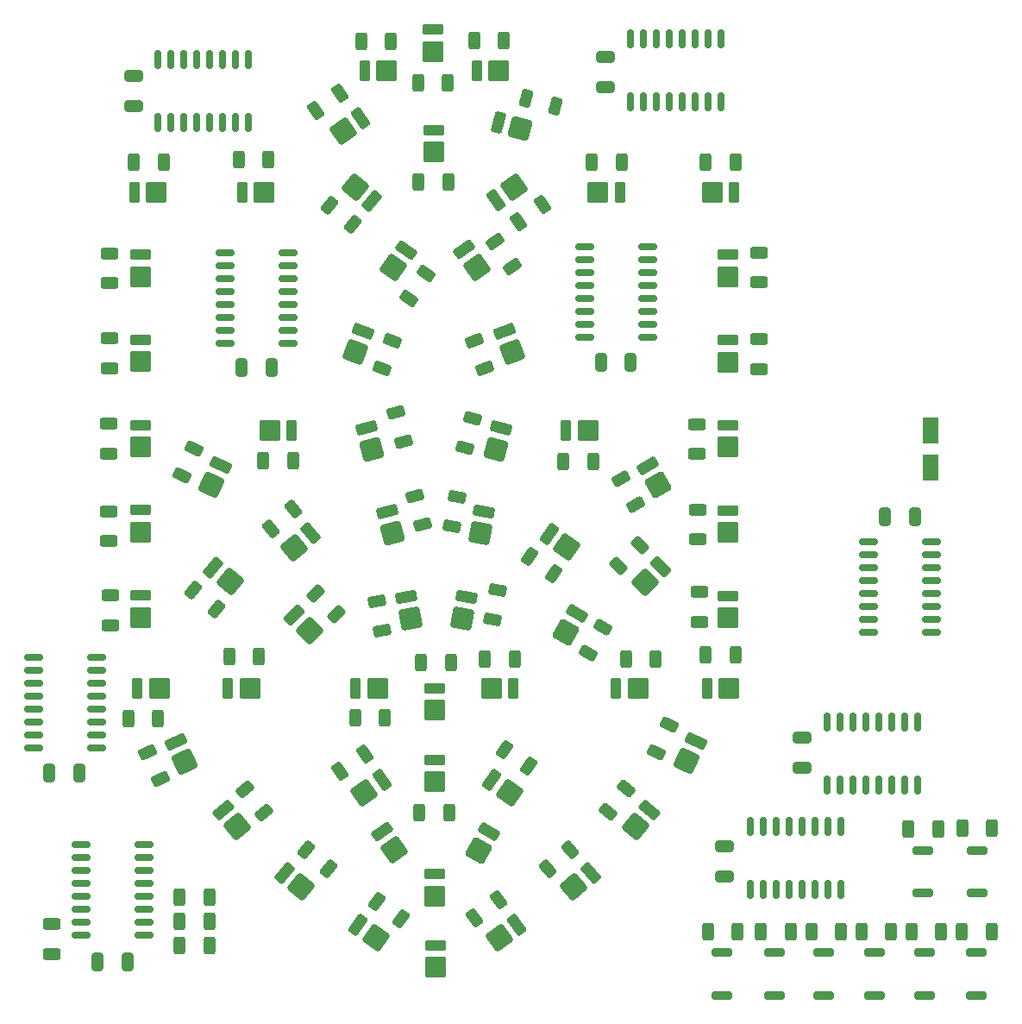
<source format=gtp>
G04 #@! TF.GenerationSoftware,KiCad,Pcbnew,9.0.6*
G04 #@! TF.CreationDate,2025-11-26T10:40:33-06:00*
G04 #@! TF.ProjectId,slu,736c752e-6b69-4636-9164-5f7063625858,rev?*
G04 #@! TF.SameCoordinates,Original*
G04 #@! TF.FileFunction,Paste,Top*
G04 #@! TF.FilePolarity,Positive*
%FSLAX46Y46*%
G04 Gerber Fmt 4.6, Leading zero omitted, Abs format (unit mm)*
G04 Created by KiCad (PCBNEW 9.0.6) date 2025-11-26 10:40:33*
%MOMM*%
%LPD*%
G01*
G04 APERTURE LIST*
G04 Aperture macros list*
%AMRoundRect*
0 Rectangle with rounded corners*
0 $1 Rounding radius*
0 $2 $3 $4 $5 $6 $7 $8 $9 X,Y pos of 4 corners*
0 Add a 4 corners polygon primitive as box body*
4,1,4,$2,$3,$4,$5,$6,$7,$8,$9,$2,$3,0*
0 Add four circle primitives for the rounded corners*
1,1,$1+$1,$2,$3*
1,1,$1+$1,$4,$5*
1,1,$1+$1,$6,$7*
1,1,$1+$1,$8,$9*
0 Add four rect primitives between the rounded corners*
20,1,$1+$1,$2,$3,$4,$5,0*
20,1,$1+$1,$4,$5,$6,$7,0*
20,1,$1+$1,$6,$7,$8,$9,0*
20,1,$1+$1,$8,$9,$2,$3,0*%
G04 Aperture macros list end*
%ADD10RoundRect,0.250000X-0.550000X1.050000X-0.550000X-1.050000X0.550000X-1.050000X0.550000X1.050000X0*%
%ADD11RoundRect,0.165000X-0.385000X-0.885000X0.385000X-0.885000X0.385000X0.885000X-0.385000X0.885000X0*%
%ADD12RoundRect,0.315000X-0.735000X-0.735000X0.735000X-0.735000X0.735000X0.735000X-0.735000X0.735000X0*%
%ADD13RoundRect,0.250000X0.641131X0.277907X0.162353X0.679649X-0.641131X-0.277907X-0.162353X-0.679649X0*%
%ADD14RoundRect,0.165000X-0.885000X0.385000X-0.885000X-0.385000X0.885000X-0.385000X0.885000X0.385000X0*%
%ADD15RoundRect,0.315000X-0.735000X0.735000X-0.735000X-0.735000X0.735000X-0.735000X0.735000X0.735000X0*%
%ADD16RoundRect,0.250000X0.126561X-0.687214X0.625708X-0.311080X-0.126561X0.687214X-0.625708X0.311080X0*%
%ADD17RoundRect,0.250000X-0.312500X-0.625000X0.312500X-0.625000X0.312500X0.625000X-0.312500X0.625000X0*%
%ADD18RoundRect,0.250000X-0.463614X-0.522823X0.140090X-0.684585X0.463614X0.522823X-0.140090X0.684585X0*%
%ADD19RoundRect,0.250000X0.669770X-0.199222X0.561240X0.416283X-0.669770X0.199222X-0.561240X-0.416283X0*%
%ADD20RoundRect,0.165000X-0.898026X-0.353553X-0.353553X-0.898026X0.898026X0.353553X0.353553X0.898026X0*%
%ADD21RoundRect,0.315000X-1.039447X0.000000X0.000000X-1.039447X1.039447X0.000000X0.000000X1.039447X0*%
%ADD22RoundRect,0.250000X0.312500X0.625000X-0.312500X0.625000X-0.312500X-0.625000X0.312500X-0.625000X0*%
%ADD23RoundRect,0.162500X0.750000X0.162500X-0.750000X0.162500X-0.750000X-0.162500X0.750000X-0.162500X0*%
%ADD24RoundRect,0.250000X-0.650000X0.325000X-0.650000X-0.325000X0.650000X-0.325000X0.650000X0.325000X0*%
%ADD25RoundRect,0.165000X-0.863794X-0.430476X-0.273940X-0.925423X0.863794X0.430476X0.273940X0.925423X0*%
%ADD26RoundRect,0.315000X-1.035492X-0.090594X0.090594X-1.035492X1.035492X0.090594X-0.090594X1.035492X0*%
%ADD27RoundRect,0.200000X0.800000X-0.200000X0.800000X0.200000X-0.800000X0.200000X-0.800000X-0.200000X0*%
%ADD28RoundRect,0.250000X-0.625000X0.312500X-0.625000X-0.312500X0.625000X-0.312500X0.625000X0.312500X0*%
%ADD29RoundRect,0.165000X-0.755199X0.600936X-0.954490X-0.142827X0.755199X-0.600936X0.954490X0.142827X0*%
%ADD30RoundRect,0.315000X-0.519723X0.900187X-0.900187X-0.519723X0.519723X-0.900187X0.900187X0.519723X0*%
%ADD31RoundRect,0.165000X0.385000X0.885000X-0.385000X0.885000X-0.385000X-0.885000X0.385000X-0.885000X0*%
%ADD32RoundRect,0.315000X0.735000X0.735000X-0.735000X0.735000X-0.735000X-0.735000X0.735000X-0.735000X0*%
%ADD33RoundRect,0.165000X-0.958932X-0.109080X-0.573932X-0.775920X0.958932X0.109080X0.573932X0.775920X0*%
%ADD34RoundRect,0.315000X-1.004029X0.269029X-0.269029X-1.004029X1.004029X-0.269029X0.269029X1.004029X0*%
%ADD35RoundRect,0.250000X0.162353X-0.679649X0.641131X-0.277907X-0.162353X0.679649X-0.641131X0.277907X0*%
%ADD36RoundRect,0.250000X0.174190X-0.676712X0.645884X-0.266675X-0.174190X0.676712X-0.645884X0.266675X0*%
%ADD37RoundRect,0.162500X-0.750000X-0.162500X0.750000X-0.162500X0.750000X0.162500X-0.750000X0.162500X0*%
%ADD38RoundRect,0.250000X0.434374X-0.547358X0.698511X0.019085X-0.434374X0.547358X-0.698511X-0.019085X0*%
%ADD39RoundRect,0.250000X-0.325000X-0.650000X0.325000X-0.650000X0.325000X0.650000X-0.325000X0.650000X0*%
%ADD40RoundRect,0.250000X-0.522823X0.463614X-0.684585X-0.140090X0.522823X-0.463614X0.684585X0.140090X0*%
%ADD41RoundRect,0.165000X-0.964790X-0.025089X-0.639374X-0.722946X0.964790X0.025089X0.639374X0.722946X0*%
%ADD42RoundRect,0.315000X-0.976761X0.355512X-0.355512X-0.976761X0.976761X-0.355512X0.355512X0.976761X0*%
%ADD43RoundRect,0.162500X0.162500X-0.750000X0.162500X0.750000X-0.162500X0.750000X-0.162500X-0.750000X0*%
%ADD44RoundRect,0.250000X-0.561240X0.416283X-0.669770X-0.199222X0.561240X-0.416283X0.669770X0.199222X0*%
%ADD45RoundRect,0.165000X-0.938409X0.225472X-0.804700X-0.532830X0.938409X-0.225472X0.804700X0.532830X0*%
%ADD46RoundRect,0.315000X-0.851465X0.596202X-0.596202X-0.851465X0.851465X-0.596202X0.596202X0.851465X0*%
%ADD47RoundRect,0.165000X-0.822989X-0.504123X-0.192242X-0.945776X0.822989X0.504123X0.192242X0.945776X0*%
%ADD48RoundRect,0.315000X-1.023655X-0.180498X0.180498X-1.023655X1.023655X0.180498X-0.180498X1.023655X0*%
%ADD49RoundRect,0.165000X-0.639374X0.722946X-0.964790X0.025089X0.639374X-0.722946X0.964790X-0.025089X0*%
%ADD50RoundRect,0.315000X-0.355512X0.976761X-0.976761X-0.355512X0.355512X-0.976761X0.976761X0.355512X0*%
%ADD51RoundRect,0.250000X-0.332727X0.614470X-0.691213X0.102500X0.332727X-0.614470X0.691213X-0.102500X0*%
%ADD52RoundRect,0.165000X-0.192242X0.945776X-0.822989X0.504123X0.192242X-0.945776X0.822989X-0.504123X0*%
%ADD53RoundRect,0.315000X0.180498X1.023655X-1.023655X0.180498X-0.180498X-1.023655X1.023655X-0.180498X0*%
%ADD54RoundRect,0.250000X0.625000X-0.312500X0.625000X0.312500X-0.625000X0.312500X-0.625000X-0.312500X0*%
%ADD55RoundRect,0.165000X-0.954490X0.142827X-0.755199X-0.600936X0.954490X-0.142827X0.755199X0.600936X0*%
%ADD56RoundRect,0.315000X-0.900187X0.519723X-0.519723X-0.900187X0.900187X-0.519723X0.519723X0.900187X0*%
%ADD57RoundRect,0.165000X-0.945776X-0.192242X-0.504123X-0.822989X0.945776X0.192242X0.504123X0.822989X0*%
%ADD58RoundRect,0.315000X-1.023655X0.180498X-0.180498X-1.023655X1.023655X-0.180498X0.180498X1.023655X0*%
%ADD59RoundRect,0.165000X-0.290049X0.920501X-0.871175X0.415335X0.290049X-0.920501X0.871175X-0.415335X0*%
%ADD60RoundRect,0.315000X0.072508X1.036915X-1.036915X0.072508X-0.072508X-1.036915X1.036915X-0.072508X0*%
%ADD61RoundRect,0.250000X-0.684585X0.140090X-0.522823X-0.463614X0.684585X-0.140090X0.522823X0.463614X0*%
%ADD62RoundRect,0.250000X0.220971X-0.662913X0.662913X-0.220971X-0.220971X0.662913X-0.662913X0.220971X0*%
%ADD63RoundRect,0.250000X0.697516X0.041867X0.385016X0.583133X-0.697516X-0.041867X-0.385016X-0.583133X0*%
%ADD64RoundRect,0.165000X-0.804700X0.532830X-0.938409X-0.225472X0.804700X-0.532830X0.938409X0.225472X0*%
%ADD65RoundRect,0.315000X-0.596202X0.851465X-0.851465X-0.596202X0.596202X-0.851465X0.851465X0.596202X0*%
%ADD66RoundRect,0.250000X0.679649X0.162353X0.277907X0.641131X-0.679649X-0.162353X-0.277907X-0.641131X0*%
%ADD67RoundRect,0.250000X0.102500X-0.691213X0.614470X-0.332727X-0.102500X0.691213X-0.614470X0.332727X0*%
%ADD68RoundRect,0.165000X0.192242X-0.945776X0.822989X-0.504123X-0.192242X0.945776X-0.822989X0.504123X0*%
%ADD69RoundRect,0.315000X-0.180498X-1.023655X1.023655X-0.180498X0.180498X1.023655X-1.023655X0.180498X0*%
%ADD70RoundRect,0.250000X0.561240X-0.416283X0.669770X0.199222X-0.561240X0.416283X-0.669770X-0.199222X0*%
%ADD71RoundRect,0.250000X-0.694189X0.079891X-0.480427X-0.507417X0.694189X-0.079891X0.480427X0.507417X0*%
%ADD72RoundRect,0.250000X-0.102500X0.691213X-0.614470X0.332727X0.102500X-0.691213X0.614470X-0.332727X0*%
%ADD73RoundRect,0.250000X0.614470X0.332727X0.102500X0.691213X-0.614470X-0.332727X-0.102500X-0.691213X0*%
%ADD74RoundRect,0.165000X-0.699950X0.664469X-0.963306X-0.059094X0.699950X-0.664469X0.963306X0.059094X0*%
%ADD75RoundRect,0.315000X-0.439289X0.942059X-0.942059X-0.439289X0.439289X-0.942059X0.942059X0.439289X0*%
%ADD76RoundRect,0.250000X0.698511X-0.019085X0.434374X0.547358X-0.698511X0.019085X-0.434374X-0.547358X0*%
%ADD77RoundRect,0.165000X-0.600936X-0.755199X0.142827X-0.954490X0.600936X0.755199X-0.142827X0.954490X0*%
%ADD78RoundRect,0.315000X-0.900187X-0.519723X0.519723X-0.900187X0.900187X0.519723X-0.519723X0.900187X0*%
%ADD79RoundRect,0.165000X-0.963306X0.059094X-0.699950X-0.664469X0.963306X-0.059094X0.699950X0.664469X0*%
%ADD80RoundRect,0.315000X-0.942059X0.439289X-0.439289X-0.942059X0.942059X-0.439289X0.439289X0.942059X0*%
%ADD81RoundRect,0.250000X0.650000X-0.325000X0.650000X0.325000X-0.650000X0.325000X-0.650000X-0.325000X0*%
%ADD82RoundRect,0.250000X0.662913X0.220971X0.220971X0.662913X-0.662913X-0.220971X-0.220971X-0.662913X0*%
%ADD83RoundRect,0.250000X0.325000X0.650000X-0.325000X0.650000X-0.325000X-0.650000X0.325000X-0.650000X0*%
%ADD84RoundRect,0.165000X-0.925423X-0.273940X-0.430476X-0.863794X0.925423X0.273940X0.430476X0.863794X0*%
%ADD85RoundRect,0.315000X-1.035492X0.090594X-0.090594X-1.035492X1.035492X-0.090594X0.090594X1.035492X0*%
%ADD86RoundRect,0.165000X0.863794X0.430476X0.273940X0.925423X-0.863794X-0.430476X-0.273940X-0.925423X0*%
%ADD87RoundRect,0.315000X1.035492X0.090594X-0.090594X1.035492X-1.035492X-0.090594X0.090594X-1.035492X0*%
%ADD88RoundRect,0.165000X-0.353553X0.898026X-0.898026X0.353553X0.353553X-0.898026X0.898026X-0.353553X0*%
%ADD89RoundRect,0.315000X0.000000X1.039447X-1.039447X0.000000X0.000000X-1.039447X1.039447X0.000000X0*%
%ADD90RoundRect,0.165000X-0.273940X0.925423X-0.863794X0.430476X0.273940X-0.925423X0.863794X-0.430476X0*%
%ADD91RoundRect,0.315000X0.090594X1.035492X-1.035492X0.090594X-0.090594X-1.035492X1.035492X-0.090594X0*%
%ADD92RoundRect,0.165000X-0.573932X0.775920X-0.958932X0.109080X0.573932X-0.775920X0.958932X-0.109080X0*%
%ADD93RoundRect,0.315000X-0.269029X1.004029X-1.004029X-0.269029X0.269029X-1.004029X1.004029X0.269029X0*%
%ADD94RoundRect,0.250000X0.385016X-0.583133X0.697516X-0.041867X-0.385016X0.583133X-0.697516X0.041867X0*%
%ADD95RoundRect,0.165000X-0.208718X0.942277X-0.831661X0.489683X0.208718X-0.942277X0.831661X-0.489683X0*%
%ADD96RoundRect,0.315000X0.162605X1.026650X-1.026650X0.162605X-0.162605X-1.026650X1.026650X-0.162605X0*%
%ADD97RoundRect,0.250000X-0.691213X-0.102500X-0.332727X-0.614470X0.691213X0.102500X0.332727X0.614470X0*%
%ADD98RoundRect,0.250000X0.289054X-0.636183X0.682379X-0.150467X-0.289054X0.636183X-0.682379X0.150467X0*%
%ADD99RoundRect,0.250000X0.620184X0.321953X0.114548X0.689319X-0.620184X-0.321953X-0.114548X-0.689319X0*%
%ADD100RoundRect,0.250000X0.480427X-0.507417X0.694189X0.079891X-0.480427X0.507417X-0.694189X-0.079891X0*%
%ADD101RoundRect,0.165000X-0.430476X0.863794X-0.925423X0.273940X0.430476X-0.863794X0.925423X-0.273940X0*%
%ADD102RoundRect,0.315000X-0.090594X1.035492X-1.035492X-0.090594X0.090594X-1.035492X1.035492X0.090594X0*%
%ADD103RoundRect,0.165000X-0.504123X0.822989X-0.945776X0.192242X0.504123X-0.822989X0.945776X-0.192242X0*%
%ADD104RoundRect,0.315000X-0.180498X1.023655X-1.023655X-0.180498X0.180498X-1.023655X1.023655X0.180498X0*%
G04 APERTURE END LIST*
D10*
G04 #@! TO.C,bc1*
X148880000Y-91470000D03*
X148880000Y-95070000D03*
G04 #@! TD*
D11*
G04 #@! TO.C,d42*
X118030000Y-116770000D03*
D12*
X120180000Y-116770000D03*
G04 #@! TD*
D13*
G04 #@! TO.C,r18*
X89830340Y-134470077D03*
X87589660Y-132589923D03*
G04 #@! TD*
D14*
G04 #@! TO.C,d9*
X129050000Y-82573333D03*
D15*
X129050000Y-84723333D03*
G04 #@! TD*
D16*
G04 #@! TO.C,r1*
X104130000Y-139300000D03*
X106466008Y-137539692D03*
G04 #@! TD*
D17*
G04 #@! TO.C,r12*
X115647500Y-65130000D03*
X118572500Y-65130000D03*
G04 #@! TD*
D14*
G04 #@! TO.C,d25*
X71340000Y-82553333D03*
D15*
X71340000Y-84703333D03*
G04 #@! TD*
D18*
G04 #@! TO.C,r15*
X109247333Y-58851477D03*
X112072667Y-59608523D03*
G04 #@! TD*
D19*
G04 #@! TO.C,r51*
X95073960Y-111110281D03*
X94566040Y-108229719D03*
G04 #@! TD*
D20*
G04 #@! TO.C,d52*
X86402477Y-109592477D03*
D21*
X87922756Y-111112756D03*
G04 #@! TD*
D17*
G04 #@! TO.C,r44*
X80047500Y-113660000D03*
X82972500Y-113660000D03*
G04 #@! TD*
D22*
G04 #@! TO.C,r34*
X78130400Y-142036800D03*
X75205400Y-142036800D03*
G04 #@! TD*
D23*
G04 #@! TO.C,ICO6*
X121140000Y-82300000D03*
X121140000Y-81030000D03*
X121140000Y-79760000D03*
X121140000Y-78490000D03*
X121140000Y-77220000D03*
X121140000Y-75950000D03*
X121140000Y-74680000D03*
X121140000Y-73410000D03*
X114965000Y-73410000D03*
X114965000Y-74680000D03*
X114965000Y-75950000D03*
X114965000Y-77220000D03*
X114965000Y-78490000D03*
X114965000Y-79760000D03*
X114965000Y-81030000D03*
X114965000Y-82300000D03*
G04 #@! TD*
D22*
G04 #@! TO.C,r32*
X95952500Y-53230000D03*
X93027500Y-53230000D03*
G04 #@! TD*
D24*
G04 #@! TO.C,c2*
X116980000Y-54785000D03*
X116980000Y-57735000D03*
G04 #@! TD*
D25*
G04 #@! TO.C,d53*
X78503500Y-104918665D03*
D26*
X80150496Y-106300658D03*
G04 #@! TD*
D17*
G04 #@! TO.C,r63*
X98637500Y-67075000D03*
X101562500Y-67075000D03*
G04 #@! TD*
D27*
G04 #@! TO.C,b1*
X148190000Y-136850000D03*
X148190000Y-132650000D03*
G04 #@! TD*
D28*
G04 #@! TO.C,r22*
X68390000Y-107667500D03*
X68390000Y-110592500D03*
G04 #@! TD*
D29*
G04 #@! TO.C,d59*
X106776818Y-91225658D03*
D30*
X106220357Y-93302400D03*
G04 #@! TD*
D11*
G04 #@! TO.C,d44*
X79950000Y-116770000D03*
D12*
X82100000Y-116770000D03*
G04 #@! TD*
D31*
G04 #@! TO.C,d55*
X86200000Y-91450000D03*
D32*
X84050000Y-91450000D03*
G04 #@! TD*
D33*
G04 #@! TO.C,d47*
X121110000Y-94899526D03*
D34*
X122185000Y-96761481D03*
G04 #@! TD*
D14*
G04 #@! TO.C,d23*
X71340000Y-99276667D03*
D15*
X71340000Y-101426667D03*
G04 #@! TD*
D22*
G04 #@! TO.C,r70*
X145052500Y-140660000D03*
X142127500Y-140660000D03*
G04 #@! TD*
G04 #@! TO.C,r21*
X73092500Y-119730000D03*
X70167500Y-119730000D03*
G04 #@! TD*
D35*
G04 #@! TO.C,r56*
X84129660Y-101070077D03*
X86370340Y-99189923D03*
G04 #@! TD*
D36*
G04 #@! TO.C,r2*
X111286237Y-134479486D03*
X113493763Y-132560514D03*
G04 #@! TD*
D37*
G04 #@! TO.C,ICO8*
X142810000Y-102380000D03*
X142810000Y-103650000D03*
X142810000Y-104920000D03*
X142810000Y-106190000D03*
X142810000Y-107460000D03*
X142810000Y-108730000D03*
X142810000Y-110000000D03*
X142810000Y-111270000D03*
X148985000Y-111270000D03*
X148985000Y-110000000D03*
X148985000Y-108730000D03*
X148985000Y-107460000D03*
X148985000Y-106190000D03*
X148985000Y-104920000D03*
X148985000Y-103650000D03*
X148985000Y-102380000D03*
G04 #@! TD*
D27*
G04 #@! TO.C,b5*
X138450000Y-146910000D03*
X138450000Y-142710000D03*
G04 #@! TD*
D38*
G04 #@! TO.C,r4*
X122011921Y-123015475D03*
X123248079Y-120364525D03*
G04 #@! TD*
D14*
G04 #@! TO.C,d24*
X71340000Y-90915000D03*
D15*
X71340000Y-93065000D03*
G04 #@! TD*
D39*
G04 #@! TO.C,c7*
X81265000Y-85290000D03*
X84215000Y-85290000D03*
G04 #@! TD*
D17*
G04 #@! TO.C,r16*
X104097500Y-53200000D03*
X107022500Y-53200000D03*
G04 #@! TD*
G04 #@! TO.C,r5*
X126827500Y-113490000D03*
X129752500Y-113490000D03*
G04 #@! TD*
D40*
G04 #@! TO.C,r59*
X103968523Y-90287333D03*
X103211477Y-93112667D03*
G04 #@! TD*
D41*
G04 #@! TO.C,d20*
X74800000Y-122000000D03*
D42*
X75708629Y-123948561D03*
G04 #@! TD*
D22*
G04 #@! TO.C,r69*
X140122500Y-140660000D03*
X137197500Y-140660000D03*
G04 #@! TD*
G04 #@! TO.C,r27*
X73622500Y-65130000D03*
X70697500Y-65130000D03*
G04 #@! TD*
D17*
G04 #@! TO.C,r11*
X126829999Y-65129999D03*
X129754999Y-65129999D03*
G04 #@! TD*
D43*
G04 #@! TO.C,ICO2*
X119417500Y-59187500D03*
X120687500Y-59187500D03*
X121957500Y-59187500D03*
X123227500Y-59187500D03*
X124497500Y-59187500D03*
X125767500Y-59187500D03*
X127037500Y-59187500D03*
X128307500Y-59187500D03*
X128307500Y-53012500D03*
X127037500Y-53012500D03*
X125767500Y-53012500D03*
X124497500Y-53012500D03*
X123227500Y-53012500D03*
X121957500Y-53012500D03*
X120687500Y-53012500D03*
X119417500Y-53012500D03*
G04 #@! TD*
D44*
G04 #@! TO.C,r58*
X102453960Y-97979719D03*
X101946040Y-100860281D03*
G04 #@! TD*
D14*
G04 #@! TO.C,d40*
X100250000Y-116770000D03*
D15*
X100250000Y-118920000D03*
G04 #@! TD*
D11*
G04 #@! TO.C,d27*
X70770000Y-68070000D03*
D12*
X72920000Y-68070000D03*
G04 #@! TD*
D45*
G04 #@! TO.C,d51*
X97477310Y-107770358D03*
D46*
X97850655Y-109887694D03*
G04 #@! TD*
D47*
G04 #@! TO.C,d49*
X111462336Y-101651408D03*
D48*
X113223513Y-102884597D03*
G04 #@! TD*
D22*
G04 #@! TO.C,r66*
X154965000Y-130500000D03*
X152040000Y-130500000D03*
G04 #@! TD*
D49*
G04 #@! TO.C,d54*
X79206308Y-94845548D03*
D50*
X78297679Y-96794109D03*
G04 #@! TD*
D51*
G04 #@! TO.C,r29*
X99388856Y-76081990D03*
X97711144Y-78478010D03*
G04 #@! TD*
D43*
G04 #@! TO.C,ICI1*
X131205000Y-136527500D03*
X132475000Y-136527500D03*
X133745000Y-136527500D03*
X135015000Y-136527500D03*
X136285000Y-136527500D03*
X137555000Y-136527500D03*
X138825000Y-136527500D03*
X140095000Y-136527500D03*
X140095000Y-130352500D03*
X138825000Y-130352500D03*
X137555000Y-130352500D03*
X136285000Y-130352500D03*
X135015000Y-130352500D03*
X133745000Y-130352500D03*
X132475000Y-130352500D03*
X131205000Y-130352500D03*
G04 #@! TD*
D14*
G04 #@! TO.C,d33*
X100340000Y-141990000D03*
D15*
X100340000Y-144140000D03*
G04 #@! TD*
D31*
G04 #@! TO.C,d12*
X118410000Y-68070000D03*
D32*
X116260000Y-68070000D03*
G04 #@! TD*
D43*
G04 #@! TO.C,ICO1*
X138797500Y-126227500D03*
X140067500Y-126227500D03*
X141337500Y-126227500D03*
X142607500Y-126227500D03*
X143877500Y-126227500D03*
X145147500Y-126227500D03*
X146417500Y-126227500D03*
X147687500Y-126227500D03*
X147687500Y-120052500D03*
X146417500Y-120052500D03*
X145147500Y-120052500D03*
X143877500Y-120052500D03*
X142607500Y-120052500D03*
X141337500Y-120052500D03*
X140067500Y-120052500D03*
X138797500Y-120052500D03*
G04 #@! TD*
D31*
G04 #@! TO.C,d11*
X129630000Y-68070000D03*
D32*
X127480000Y-68070000D03*
G04 #@! TD*
D52*
G04 #@! TO.C,d31*
X92987664Y-60831408D03*
D53*
X91226487Y-62064597D03*
G04 #@! TD*
D54*
G04 #@! TO.C,r33*
X62672500Y-142827500D03*
X62672500Y-139902500D03*
G04 #@! TD*
D55*
G04 #@! TO.C,d60*
X93533182Y-91225658D03*
D56*
X94089643Y-93302400D03*
G04 #@! TD*
D57*
G04 #@! TO.C,d36*
X95051408Y-130852336D03*
D58*
X96284597Y-132613513D03*
G04 #@! TD*
D23*
G04 #@! TO.C,ICO7*
X85807500Y-82875000D03*
X85807500Y-81605000D03*
X85807500Y-80335000D03*
X85807500Y-79065000D03*
X85807500Y-77795000D03*
X85807500Y-76525000D03*
X85807500Y-75255000D03*
X85807500Y-73985000D03*
X79632500Y-73985000D03*
X79632500Y-75255000D03*
X79632500Y-76525000D03*
X79632500Y-77795000D03*
X79632500Y-79065000D03*
X79632500Y-80335000D03*
X79632500Y-81605000D03*
X79632500Y-82875000D03*
G04 #@! TD*
D31*
G04 #@! TO.C,d41*
X107980000Y-116770000D03*
D32*
X105830000Y-116770000D03*
G04 #@! TD*
D59*
G04 #@! TO.C,d2*
X115521311Y-134870881D03*
D60*
X113898685Y-136281408D03*
G04 #@! TD*
D61*
G04 #@! TO.C,r60*
X96400000Y-89700000D03*
X97157046Y-92525334D03*
G04 #@! TD*
D14*
G04 #@! TO.C,d6*
X129050000Y-107688333D03*
D15*
X129050000Y-109838333D03*
G04 #@! TD*
D27*
G04 #@! TO.C,b2*
X153465000Y-136850000D03*
X153465000Y-132650000D03*
G04 #@! TD*
D49*
G04 #@! TO.C,d4*
X125876308Y-121915548D03*
D50*
X124967679Y-123864109D03*
G04 #@! TD*
D62*
G04 #@! TO.C,r46*
X118285856Y-104784144D03*
X120354144Y-102715856D03*
G04 #@! TD*
D14*
G04 #@! TO.C,d64*
X100100000Y-52100000D03*
D15*
X100100000Y-54250000D03*
G04 #@! TD*
D63*
G04 #@! TO.C,r47*
X119981250Y-98726562D03*
X118518750Y-96193438D03*
G04 #@! TD*
D64*
G04 #@! TO.C,d50*
X103352690Y-107770358D03*
D65*
X102979345Y-109887694D03*
G04 #@! TD*
D22*
G04 #@! TO.C,r68*
X135192500Y-140630000D03*
X132267500Y-140630000D03*
G04 #@! TD*
D54*
G04 #@! TO.C,r25*
X68360000Y-85355833D03*
X68360000Y-82430833D03*
G04 #@! TD*
D28*
G04 #@! TO.C,r24*
X68270000Y-90807500D03*
X68270000Y-93732500D03*
G04 #@! TD*
D54*
G04 #@! TO.C,r26*
X68360000Y-76994167D03*
X68360000Y-74069167D03*
G04 #@! TD*
D66*
G04 #@! TO.C,r19*
X83480077Y-128920340D03*
X81599923Y-126679660D03*
G04 #@! TD*
D47*
G04 #@! TO.C,d38*
X105802336Y-125761408D03*
D48*
X107563513Y-126994597D03*
G04 #@! TD*
D67*
G04 #@! TO.C,r14*
X108453981Y-70947712D03*
X110850001Y-69270000D03*
G04 #@! TD*
D68*
G04 #@! TO.C,d14*
X106232336Y-68838592D03*
D69*
X107993513Y-67605403D03*
G04 #@! TD*
D23*
G04 #@! TO.C,ICO5*
X71707500Y-140985000D03*
X71707500Y-139715000D03*
X71707500Y-138445000D03*
X71707500Y-137175000D03*
X71707500Y-135905000D03*
X71707500Y-134635000D03*
X71707500Y-133365000D03*
X71707500Y-132095000D03*
X65532500Y-132095000D03*
X65532500Y-133365000D03*
X65532500Y-134635000D03*
X65532500Y-135905000D03*
X65532500Y-137175000D03*
X65532500Y-138445000D03*
X65532500Y-139715000D03*
X65532500Y-140985000D03*
G04 #@! TD*
D24*
G04 #@! TO.C,c1*
X136300000Y-121625000D03*
X136300000Y-124575000D03*
G04 #@! TD*
D55*
G04 #@! TO.C,d57*
X95563182Y-99425658D03*
D56*
X96119643Y-101502400D03*
G04 #@! TD*
D22*
G04 #@! TO.C,r36*
X78130400Y-137236200D03*
X75205400Y-137236200D03*
G04 #@! TD*
D11*
G04 #@! TO.C,d16*
X104385000Y-56130000D03*
D12*
X106535000Y-56130000D03*
G04 #@! TD*
D70*
G04 #@! TO.C,r50*
X105912078Y-109990560D03*
X106419998Y-107109998D03*
G04 #@! TD*
D71*
G04 #@! TO.C,r62*
X104149796Y-82645700D03*
X105150204Y-85394300D03*
G04 #@! TD*
D28*
G04 #@! TO.C,r8*
X125950000Y-90822500D03*
X125950000Y-93747500D03*
G04 #@! TD*
D72*
G04 #@! TO.C,r37*
X93338010Y-123221144D03*
X90941990Y-124898856D03*
G04 #@! TD*
D54*
G04 #@! TO.C,r10*
X132060000Y-76922500D03*
X132060000Y-73997500D03*
G04 #@! TD*
D73*
G04 #@! TO.C,r38*
X109508010Y-124418856D03*
X107111990Y-122741144D03*
G04 #@! TD*
D64*
G04 #@! TO.C,d58*
X105082690Y-99400358D03*
D65*
X104709345Y-101517694D03*
G04 #@! TD*
D74*
G04 #@! TO.C,d61*
X93188307Y-81740812D03*
D75*
X92452964Y-83761151D03*
G04 #@! TD*
D76*
G04 #@! TO.C,r20*
X73288079Y-125685475D03*
X72051921Y-123034525D03*
G04 #@! TD*
D22*
G04 #@! TO.C,r39*
X101642500Y-128970000D03*
X98717500Y-128970000D03*
G04 #@! TD*
D72*
G04 #@! TO.C,r31*
X90938010Y-58371144D03*
X88541990Y-60048856D03*
G04 #@! TD*
D77*
G04 #@! TO.C,d15*
X106505658Y-61253182D03*
D78*
X108582400Y-61809643D03*
G04 #@! TD*
D17*
G04 #@! TO.C,r42*
X119007500Y-113920000D03*
X121932500Y-113920000D03*
G04 #@! TD*
D28*
G04 #@! TO.C,r7*
X126080000Y-99207500D03*
X126080000Y-102132500D03*
G04 #@! TD*
D17*
G04 #@! TO.C,r55*
X83397500Y-94400000D03*
X86322500Y-94400000D03*
G04 #@! TD*
D39*
G04 #@! TO.C,c3*
X62390000Y-125040000D03*
X65340000Y-125040000D03*
G04 #@! TD*
D22*
G04 #@! TO.C,r67*
X129972500Y-140610000D03*
X127047500Y-140610000D03*
G04 #@! TD*
D79*
G04 #@! TO.C,d62*
X107121693Y-81740812D03*
D80*
X107857036Y-83761151D03*
G04 #@! TD*
D22*
G04 #@! TO.C,r40*
X101812500Y-114210000D03*
X98887500Y-114210000D03*
G04 #@! TD*
D81*
G04 #@! TO.C,c9*
X128727200Y-135231400D03*
X128727200Y-132281400D03*
G04 #@! TD*
D82*
G04 #@! TO.C,r52*
X90604144Y-109514144D03*
X88535856Y-107445856D03*
G04 #@! TD*
D11*
G04 #@! TO.C,d48*
X113120000Y-91450000D03*
D12*
X115270000Y-91450000D03*
G04 #@! TD*
D17*
G04 #@! TO.C,r43*
X92427500Y-119650000D03*
X95352500Y-119650000D03*
G04 #@! TD*
D83*
G04 #@! TO.C,c8*
X147375000Y-99900000D03*
X144425000Y-99900000D03*
G04 #@! TD*
D13*
G04 #@! TO.C,r53*
X78780681Y-109000154D03*
X76540001Y-107120000D03*
G04 #@! TD*
D22*
G04 #@! TO.C,r28*
X83922500Y-64850000D03*
X80997500Y-64850000D03*
G04 #@! TD*
D73*
G04 #@! TO.C,r49*
X111949999Y-105520000D03*
X109553979Y-103842288D03*
G04 #@! TD*
D84*
G04 #@! TO.C,d19*
X79458665Y-128703500D03*
D85*
X80840658Y-130350496D03*
G04 #@! TD*
D86*
G04 #@! TO.C,d30*
X94086500Y-68931335D03*
D87*
X92439504Y-67549342D03*
G04 #@! TD*
D22*
G04 #@! TO.C,r65*
X149652500Y-130530000D03*
X146727500Y-130530000D03*
G04 #@! TD*
D43*
G04 #@! TO.C,ICO4*
X73050000Y-61210000D03*
X74320000Y-61210000D03*
X75590000Y-61210000D03*
X76860000Y-61210000D03*
X78130000Y-61210000D03*
X79400000Y-61210000D03*
X80670000Y-61210000D03*
X81940000Y-61210000D03*
X81940000Y-55035000D03*
X80670000Y-55035000D03*
X79400000Y-55035000D03*
X78130000Y-55035000D03*
X76860000Y-55035000D03*
X75590000Y-55035000D03*
X74320000Y-55035000D03*
X73050000Y-55035000D03*
G04 #@! TD*
D11*
G04 #@! TO.C,d5*
X126950000Y-116770000D03*
D12*
X129100000Y-116770000D03*
G04 #@! TD*
D54*
G04 #@! TO.C,r9*
X132100000Y-85432500D03*
X132100000Y-82507500D03*
G04 #@! TD*
D38*
G04 #@! TO.C,r54*
X75411921Y-95845475D03*
X76648079Y-93194525D03*
G04 #@! TD*
D14*
G04 #@! TO.C,d7*
X129050000Y-99316667D03*
D15*
X129050000Y-101466667D03*
G04 #@! TD*
D88*
G04 #@! TO.C,d46*
X122387523Y-104832477D03*
D89*
X120867244Y-106352756D03*
G04 #@! TD*
D90*
G04 #@! TO.C,d56*
X88076500Y-101558665D03*
D91*
X86429504Y-102940658D03*
G04 #@! TD*
D57*
G04 #@! TO.C,d13*
X103141408Y-73672336D03*
D58*
X104374597Y-75433513D03*
G04 #@! TD*
D27*
G04 #@! TO.C,b8*
X153400000Y-146910000D03*
X153400000Y-142710000D03*
G04 #@! TD*
D14*
G04 #@! TO.C,d10*
X129050000Y-74201667D03*
D15*
X129050000Y-76351667D03*
G04 #@! TD*
D28*
G04 #@! TO.C,r6*
X126210000Y-107327500D03*
X126210000Y-110252500D03*
G04 #@! TD*
D61*
G04 #@! TO.C,r57*
X98321477Y-97887333D03*
X99078523Y-100712667D03*
G04 #@! TD*
D92*
G04 #@! TO.C,d45*
X114170000Y-109379526D03*
D93*
X113095000Y-111241481D03*
G04 #@! TD*
D39*
G04 #@! TO.C,c5*
X67132500Y-143635000D03*
X70082500Y-143635000D03*
G04 #@! TD*
D17*
G04 #@! TO.C,r48*
X112887500Y-94510000D03*
X115812500Y-94510000D03*
G04 #@! TD*
D11*
G04 #@! TO.C,d21*
X71040000Y-116770000D03*
D12*
X73190000Y-116770000D03*
G04 #@! TD*
D94*
G04 #@! TO.C,r45*
X115318750Y-113306562D03*
X116781250Y-110773438D03*
G04 #@! TD*
D95*
G04 #@! TO.C,d1*
X108322087Y-139992214D03*
D96*
X106582700Y-141255952D03*
G04 #@! TD*
D14*
G04 #@! TO.C,d26*
X71340000Y-74191667D03*
D15*
X71340000Y-76341667D03*
G04 #@! TD*
D17*
G04 #@! TO.C,r41*
X105177500Y-113900000D03*
X108102500Y-113900000D03*
G04 #@! TD*
D22*
G04 #@! TO.C,r72*
X154922500Y-140640000D03*
X151997500Y-140640000D03*
G04 #@! TD*
D97*
G04 #@! TO.C,r13*
X106201144Y-72931990D03*
X107878856Y-75328010D03*
G04 #@! TD*
D27*
G04 #@! TO.C,b4*
X133600000Y-146910000D03*
X133600000Y-142710000D03*
G04 #@! TD*
D14*
G04 #@! TO.C,d34*
X100270000Y-134990000D03*
D15*
X100270000Y-137140000D03*
G04 #@! TD*
D14*
G04 #@! TO.C,d22*
X71340000Y-107638333D03*
D15*
X71340000Y-109788333D03*
G04 #@! TD*
D14*
G04 #@! TO.C,d39*
X100250000Y-123800000D03*
D15*
X100250000Y-125950000D03*
G04 #@! TD*
D23*
G04 #@! TO.C,ICO3*
X67042500Y-122575000D03*
X67042500Y-121305000D03*
X67042500Y-120035000D03*
X67042500Y-118765000D03*
X67042500Y-117495000D03*
X67042500Y-116225000D03*
X67042500Y-114955000D03*
X67042500Y-113685000D03*
X60867500Y-113685000D03*
X60867500Y-114955000D03*
X60867500Y-116225000D03*
X60867500Y-117495000D03*
X60867500Y-118765000D03*
X60867500Y-120035000D03*
X60867500Y-121305000D03*
X60867500Y-122575000D03*
G04 #@! TD*
D25*
G04 #@! TO.C,d18*
X85493004Y-134848007D03*
D26*
X87140000Y-136230000D03*
G04 #@! TD*
D27*
G04 #@! TO.C,b7*
X148325000Y-146910000D03*
X148325000Y-142710000D03*
G04 #@! TD*
D13*
G04 #@! TO.C,r30*
X92170340Y-71240077D03*
X89929660Y-69359923D03*
G04 #@! TD*
D92*
G04 #@! TO.C,d35*
X105600000Y-130789526D03*
D93*
X104525000Y-132651481D03*
G04 #@! TD*
D98*
G04 #@! TO.C,r3*
X117219619Y-128866576D03*
X119060381Y-126593424D03*
G04 #@! TD*
D52*
G04 #@! TO.C,d37*
X95037664Y-125761408D03*
D53*
X93276487Y-126994597D03*
G04 #@! TD*
D14*
G04 #@! TO.C,d63*
X100175000Y-61985000D03*
D15*
X100175000Y-64135000D03*
G04 #@! TD*
D24*
G04 #@! TO.C,c4*
X70700000Y-56675000D03*
X70700000Y-59625000D03*
G04 #@! TD*
D27*
G04 #@! TO.C,b3*
X128400000Y-146910000D03*
X128400000Y-142710000D03*
G04 #@! TD*
D14*
G04 #@! TO.C,d8*
X129050000Y-90945000D03*
D15*
X129050000Y-93095000D03*
G04 #@! TD*
D17*
G04 #@! TO.C,r64*
X98587500Y-57375000D03*
X101512500Y-57375000D03*
G04 #@! TD*
D11*
G04 #@! TO.C,d43*
X92470000Y-116770000D03*
D12*
X94620000Y-116770000D03*
G04 #@! TD*
D28*
G04 #@! TO.C,r23*
X68270000Y-99407500D03*
X68270000Y-102332500D03*
G04 #@! TD*
D11*
G04 #@! TO.C,d32*
X93355000Y-56130000D03*
D12*
X95505000Y-56130000D03*
G04 #@! TD*
D47*
G04 #@! TO.C,d17*
X92712336Y-139981408D03*
D48*
X94473513Y-141214597D03*
G04 #@! TD*
D99*
G04 #@! TO.C,r17*
X96913187Y-139359636D03*
X94546813Y-137640364D03*
G04 #@! TD*
D11*
G04 #@! TO.C,d28*
X81360000Y-68070000D03*
D12*
X83510000Y-68070000D03*
G04 #@! TD*
D27*
G04 #@! TO.C,b6*
X143450000Y-146910000D03*
X143450000Y-142710000D03*
G04 #@! TD*
D100*
G04 #@! TO.C,r61*
X95109796Y-85394300D03*
X96110204Y-82645700D03*
G04 #@! TD*
D101*
G04 #@! TO.C,d3*
X121341335Y-128703500D03*
D102*
X119959342Y-130350496D03*
G04 #@! TD*
D103*
G04 #@! TO.C,d29*
X97418592Y-73727336D03*
D104*
X96185403Y-75488513D03*
G04 #@! TD*
D22*
G04 #@! TO.C,r35*
X78130400Y-139649200D03*
X75205400Y-139649200D03*
G04 #@! TD*
D39*
G04 #@! TO.C,c6*
X116545000Y-84800000D03*
X119495000Y-84800000D03*
G04 #@! TD*
D22*
G04 #@! TO.C,r71*
X149972500Y-140640000D03*
X147047500Y-140640000D03*
G04 #@! TD*
M02*

</source>
